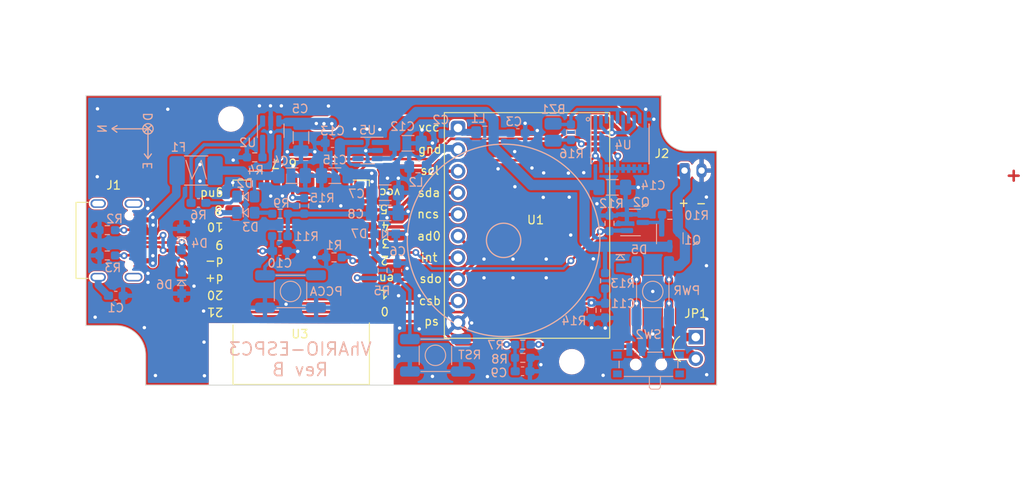
<source format=kicad_pcb>
(kicad_pcb (version 20211014) (generator pcbnew)
  (layers (0 "F.Cu" signal) (31 "B.Cu" signal) (34 "B.Paste" user) (35 "F.Paste" user) (36 "B.SilkS" user "B.Silkscreen") (37 "F.SilkS" user "F.Silkscreen") (38 "B.Mask" user) (39 "F.Mask" user) (44 "Edge.Cuts" user))
  (net 0 "")
  (net 1 "Net-(BZ1-Pad1)")
  (net 2 "Net-(BZ1-Pad2)")
  (net 3 "Net-(C1-Pad1)")
  (net 4 "GND")
  (net 5 "Net-(C2-Pad1)")
  (net 6 "Net-(C2-Pad2)")
  (net 7 "+VSW")
  (net 8 "Net-(C4-Pad1)")
  (net 9 "+BATT")
  (net 10 "Net-(C6-Pad1)")
  (net 11 "+3V3")
  (net 12 "/PWR_SENS")
  (net 13 "Net-(C10-Pad1)")
  (net 14 "/ADC")
  (net 15 "Net-(F1-Pad1)")
  (net 16 "Net-(D2-Pad1)")
  (net 17 "Net-(D3-Pad1)")
  (net 18 "Net-(D3-Pad2)")
  (net 19 "/D-")
  (net 20 "Net-(D5-Pad2)")
  (net 21 "/D+")
  (net 23 "Net-(J1-Pad4)")
  (net 25 "Net-(J1-Pad10)")
  (net 29 "Net-(Q1-Pad1)")
  (net 30 "/PWR_CTRL")
  (net 31 "/DRDY")
  (net 32 "Net-(R4-Pad2)")
  (net 33 "Net-(R6-Pad1)")
  (net 34 "/AUDIO_EN")
  (net 35 "/SCK")
  (net 36 "/MOSI")
  (net 37 "/NCS")
  (net 38 "/MISO")
  (net 39 "/CSB")
  (net 40 "/AUDIO")
  (footprint "0-vhario-espc3:MountingHole_2.5mm" (layer "F.Cu") (at 146 97.25)
    (fp_text reference "H2" hide)
    (fp_text value "MountingHole")
  )
  (footprint "0-vhario-espc3:cjmcu117" (layer "F.Cu") (at 132.65 69.8)
    (fp_text reference "U1")
    (fp_text value "cjmcu117")
  )
  (footprint "0-vhario-espc3:MountingHole_2.5mm" (layer "F.Cu") (at 106 68.75)
    (fp_text reference "H1" hide)
    (fp_text value "MountingHole")
  )
  (footprint "0-vhario-espc3:usb_c_16" (layer "F.Cu") (at 95.155 79.8 -90)
    (fp_text reference "J1")
    (fp_text value "USB_C")
  )
  (footprint "0-vhario-espc3:espc3fn4" (layer "F.Cu") (at 122.25 91.42 180)
    (fp_text reference "U3")
    (fp_text value "espc3fn4")
  )
  (footprint "0-vhario-espc3:JST_PH_B2B-PH-K_1x02_P2.00mm_Vertical" (layer "F.Cu") (at 159.225 74.8)
    (fp_text reference "J2")
    (fp_text value "Battery")
  )
  (footprint "0-vhario-espc3:PinSocket_1x02_P2.54mm_Vertical" (layer "F.Cu") (at 160.55 94.36)
    (fp_text reference "JP1")
    (fp_text value "DBG")
  )
  (footprint "0-vhario-espc3:Fuse_1812_4532Metric_Pad1.30x3.40mm_HandSolder" (layer "B.Cu") (at 101.925 74.8)
    (fp_text reference "F1")
    (fp_text value "nSMD100-16")
  )
  (footprint "0-vhario-espc3:D_SOD-323_HandSoldering" (layer "B.Cu") (at 100.225 88 -90)
    (fp_text reference "D6")
    (fp_text value "BV03C")
  )
  (footprint "0-vhario-espc3:D_SOD-323_HandSoldering" (layer "B.Cu") (at 100.2 82.9 90)
    (fp_text reference "D4")
    (fp_text value "BV03C")
  )
  (footprint "0-vhario-espc3:C_0603_1608Metric_Pad1.08x0.95mm_HandSolder" (layer "B.Cu") (at 92.5 89.5)
    (fp_text reference "C1")
    (fp_text value "100n")
  )
  (footprint "0-vhario-espc3:R_0603_1608Metric_Pad0.98x0.95mm_HandSolder" (layer "B.Cu") (at 111.75 82.5 180)
    (fp_text reference "R11")
    (fp_text value "10K")
  )
  (footprint "Package_TO_SOT_SMD:SOT-23" (layer "B.Cu") (at 153.4 80.9)
    (fp_text reference "Q2")
    (fp_text value "2N7002")
  )
  (footprint "0-vhario-espc3:R_0603_1608Metric_Pad0.98x0.95mm_HandSolder" (layer "B.Cu") (at 123.8 86.525 -90)
    (fp_text reference "R5")
    (fp_text value "2K7")
  )
  (footprint "0-vhario-espc3:SW_SPDT_PCM12" (layer "B.Cu") (at 155 97.25 180)
    (fp_text reference "SW2")
    (fp_text value "DBG")
  )
  (footprint "0-vhario-espc3:L_0805_2012Metric_Pad1.15x1.40mm_HandSolder" (layer "B.Cu") (at 127.95 74.35)
    (fp_text reference "L2")
    (fp_text value "GZ2012D601TF")
  )
  (footprint "0-vhario-espc3:LED_0805_2012Metric_Pad1.15x1.40mm_HandSolder" (layer "B.Cu") (at 107.75 77.85)
    (fp_text reference "D2")
    (fp_text value "CHRG")
  )
  (footprint "0-vhario-espc3:conn_smd_1x2_2mm" (layer "B.Cu") (at 143.8 71.3)
    (fp_text reference "BZ1")
    (fp_text value "KPEG006")
  )
  (footprint "0-vhario-espc3:C_1206_3216Metric_Pad1.33x1.80mm_HandSolder" (layer "B.Cu") (at 126.775 71.6)
    (fp_text reference "C12")
    (fp_text value "22u")
  )
  (footprint "0-vhario-espc3:C_0603_1608Metric_Pad1.08x0.95mm_HandSolder" (layer "B.Cu") (at 117.925 71.575 180)
    (fp_text reference "C13")
    (fp_text value "100n")
  )
  (footprint "0-vhario-espc3:R_0603_1608Metric_Pad0.98x0.95mm_HandSolder" (layer "B.Cu") (at 91.5 81.8 180)
    (fp_text reference "R2")
    (fp_text value "5K1 1%")
  )
  (footprint "0-vhario-espc3:C_1206_3216Metric_Pad1.33x1.80mm_HandSolder" (layer "B.Cu") (at 118.2 75.4 180)
    (fp_text reference "C15")
    (fp_text value "22u")
  )
  (footprint "Package_TO_SOT_SMD:SOT-23-5" (layer "B.Cu") (at 110.675 70.125 -90)
    (fp_text reference "U2")
    (fp_text value "MCP73831-2-OT")
  )
  (footprint "0-vhario-espc3:R_0603_1608Metric_Pad0.98x0.95mm_HandSolder" (layer "B.Cu") (at 145.9 70.3 90)
    (fp_text reference "R16")
    (fp_text value "10K")
  )
  (footprint "0-vhario-espc3:L_0805_2012Metric_Pad1.15x1.40mm_HandSolder" (layer "B.Cu") (at 135.8 70.3)
    (fp_text reference "L1")
    (fp_text value "GZ2012D601TF")
  )
  (footprint "0-vhario-espc3:C_0603_1608Metric_Pad1.08x0.95mm_HandSolder" (layer "B.Cu") (at 139.675 70.4)
    (fp_text reference "C3")
    (fp_text value "100n")
  )
  (footprint "Package_TO_SOT_SMD:SOT-23-5" (layer "B.Cu") (at 122.05 72.45 180)
    (fp_text reference "U5")
    (fp_text value "TLV75533PDBV")
  )
  (footprint "0-vhario-espc3:C_0603_1608Metric_Pad1.08x0.95mm_HandSolder" (layer "B.Cu") (at 125.525 86.55 90)
    (fp_text reference "C6")
    (fp_text value "1u")
  )
  (footprint "0-vhario-espc3:smd_btn4" (layer "B.Cu") (at 155.5 89 90)
    (fp_text reference "PWR")
    (fp_text value "PWR")
  )
  (footprint "0-vhario-espc3:C_0603_1608Metric_Pad1.08x0.95mm_HandSolder" (layer "B.Cu") (at 130.825 71.325 -90)
    (fp_text reference "C2")
    (fp_text value "100n")
  )
  (footprint "0-vhario-espc3:smd_btn4" (layer "B.Cu") (at 113 89 180)
    (fp_text reference "PCCA")
    (fp_text value "PCCA")
  )
  (footprint "0-vhario-espc3:R_0603_1608Metric_Pad0.98x0.95mm_HandSolder" (layer "B.Cu") (at 140.25 96.8)
    (fp_text reference "R8")
    (fp_text value "10K")
  )
  (footprint "0-vhario-espc3:smd_btn4" (layer "B.Cu") (at 130 96.5)
    (fp_text reference "RST")
    (fp_text value "RST")
  )
  (footprint "0-vhario-espc3:R_0603_1608Metric_Pad0.98x0.95mm_HandSolder" (layer "B.Cu") (at 150.425 81 90)
    (fp_text reference "R12")
    (fp_text value "10K")
  )
  (footprint "0-vhario-espc3:R_0603_1608Metric_Pad0.98x0.95mm_HandSolder" (layer "B.Cu") (at 148.325 91.225 -90)
    (fp_text reference "R14")
    (fp_text value "2K2")
  )
  (footprint "0-vhario-espc3:R_0603_1608Metric_Pad0.98x0.95mm_HandSolder" (layer "B.Cu") (at 118.1 85 180)
    (fp_text reference "R1")
    (fp_text value "10K")
  )
  (footprint "0-vhario-espc3:D_SOD-323_HandSoldering" (layer "B.Cu") (at 151.7 84.975 -90)
    (fp_text reference "D5")
    (fp_text value "1N5819WS")
  )
  (footprint "0-vhario-espc3:C_1206_3216Metric_Pad1.33x1.80mm_HandSolder" (layer "B.Cu") (at 113.175 75.4)
    (fp_text reference "C4")
    (fp_text value "22u 16V")
  )
  (footprint "0-vhario-espc3:C_0603_1608Metric_Pad1.08x0.95mm_HandSolder" (layer "B.Cu") (at 149.9 91.25 -90)
    (fp_text reference "C11")
    (fp_text value "100n")
  )
  (footprint "0-vhario-espc3:C_0603_1608Metric_Pad1.08x0.95mm_HandSolder" (layer "B.Cu") (at 102.2 78.6)
    (fp_text reference "R6")
    (fp_text value "2K2")
  )
  (footprint "0-vhario-espc3:R_0603_1608Metric_Pad0.98x0.95mm_HandSolder" (layer "B.Cu") (at 108.8 73.25)
    (fp_text reference "R4")
    (fp_text value "2K")
  )
  (footprint "0-vhario-espc3:R_0603_1608Metric_Pad0.98x0.95mm_HandSolder" (layer "B.Cu") (at 91.5 84.775 180)
    (fp_text reference "R3")
    (fp_text value "5K1 1%")
  )
  (footprint "0-vhario-espc3:R_0603_1608Metric_Pad0.98x0.95mm_HandSolder" (layer "B.Cu") (at 114.6 78.95 90)
    (fp_text reference "R15")
    (fp_text value "10K")
  )
  (footprint "0-vhario-espc3:D_SOD-323_HandSoldering" (layer "B.Cu") (at 124.1 82.225 180)
    (fp_text reference "D7")
    (fp_text value "BV03C")
  )
  (footprint "0-vhario-espc3:C_1206_3216Metric_Pad1.33x1.80mm_HandSolder" (layer "B.Cu") (at 114.225 70.925 -90)
    (fp_text reference "C5")
    (fp_text value "22u 16V")
  )
  (footprint "Package_TO_SOT_SMD:SOT-23" (layer "B.Cu") (at 157.5 82.75 -90)
    (fp_text reference "Q1")
    (fp_text value "AO3401A")
  )
  (footprint "0-vhario-espc3:R_0603_1608Metric_Pad0.98x0.95mm_HandSolder" (layer "B.Cu") (at 111.775 79.875)
    (fp_text reference "R9")
    (fp_text value "2K2")
  )
  (footprint "0-vhario-espc3:LED_0805_2012Metric_Pad1.15x1.40mm_HandSolder" (layer "B.Cu") (at 107.75 79.75)
    (fp_text reference "D3")
    (fp_text value "PWR")
  )
  (footprint "0-vhario-espc3:C_0603_1608Metric_Pad1.08x0.95mm_HandSolder" (layer "B.Cu") (at 111.75 84.25)
    (fp_text reference "C10")
    (fp_text value "100n")
  )
  (footprint "0-vhario-espc3:R_0603_1608Metric_Pad0.98x0.95mm_HandSolder" (layer "B.Cu") (at 157.5 80 180)
    (fp_text reference "R10")
    (fp_text value "10K")
  )
  (footprint "0-vhario-espc3:R_0603_1608Metric_Pad0.98x0.95mm_HandSolder" (layer "B.Cu") (at 140.25 95.25 180)
    (fp_text reference "R7")
    (fp_text value "2K7")
  )
  (footprint "0-vhario-espc3:C_1206_3216Metric_Pad1.33x1.80mm_HandSolder" (layer "B.Cu") (at 150.75 76.775)
    (fp_text reference "C14")
    (fp_text value "22u")
  )
  (footprint "0-vhario-espc3:C_1206_3216Metric_Pad1.33x1.80mm_HandSolder" (layer "B.Cu") (at 124.075 79.775)
    (fp_text reference "C8")
    (fp_text value "100u")
  )
  (footprint "0-vhario-espc3:C_1206_3216Metric_Pad1.33x1.80mm_HandSolder" (layer "B.Cu") (at 124.1 77.4)
    (fp_text reference "C7")
    (fp_text value "100u")
  )
  (footprint "0-vhario-espc3:R_0603_1608Metric_Pad0.98x0.95mm_HandSolder" (layer "B.Cu") (at 149.9 87.75 -90)
    (fp_text reference "R13")
    (fp_text value "10K")
  )
  (footprint "0-vhario-espc3:SSOP-20_4.4x6.5mm_P0.65mm" (layer "B.Cu") (at 151.6925 71.675 -90)
    (fp_text reference "U4")
    (fp_text value "74HC240PWR")
  )
  (footprint "0-vhario-espc3:C_0603_1608Metric_Pad1.08x0.95mm_HandSolder" (layer "B.Cu") (at 140.225 98.375)
    (fp_text reference "C9")
    (fp_text value "100n")
  )
  (gr_circle locked (center 138 83) (end 149.3 83) (layer "B.SilkS") (width 0.15) (fill none))
  (gr_line (start 96.275 73.4) (end 95.85 72.85) (layer "B.SilkS") (width 0.15))
  (gr_line (start 92.075 69.85) (end 92.65 69.525) (layer "B.SilkS") (width 0.15))
  (gr_line (start 96.725 70.225) (end 95.9 69.475) (layer "B.SilkS") (width 0.15))
  (gr_line (start 92.075 69.9) (end 96.275 69.9) (layer "B.SilkS") (width 0.15))
  (gr_line (start 96.275 69.9) (end 96.275 73.325) (layer "B.SilkS") (width 0.15))
  (gr_line (start 96.275 73.4) (end 96.675 72.85) (layer "B.SilkS") (width 0.15))
  (gr_circle locked (center 138 83) (end 140.015564 83) (layer "B.SilkS") (width 0.15) (fill none))
  (gr_circle (center 96.275 69.9) (end 95.75 70.2) (layer "B.SilkS") (width 0.15) (fill none))
  (gr_line (start 96.7 69.475) (end 95.85 70.25) (layer "B.SilkS") (width 0.15))
  (gr_line (start 92.075 69.9) (end 92.625 70.3) (layer "B.SilkS") (width 0.15))
  (gr_arc (start 158.738238 97.221817) (mid 157.925 95.775) (end 158.650819 94.282411) (layer "F.SilkS") (width 0.15))
  (gr_line locked (start 156.5 66) (end 89 66) (layer "Edge.Cuts") (width 0.1))
  (gr_line locked (start 96 100) (end 163 100) (layer "Edge.Cuts") (width 0.1))
  (gr_line locked (start 156.5 69.5) (end 156.5 66) (layer "Edge.Cuts") (width 0.1))
  (gr_line locked (start 92.5 93) (end 89 93) (layer "Edge.Cuts") (width 0.1))
  (gr_line locked (start 89 93) (end 89 66) (layer "Edge.Cuts") (width 0.1))
  (gr_line locked (start 163 100) (end 163 72.5) (layer "Edge.Cuts") (width 0.1))
  (gr_line locked (start 159.5 72.5) (end 163 72.5) (layer "Edge.Cuts") (width 0.1))
  (gr_line locked (start 96 96.5) (end 96 100) (layer "Edge.Cuts") (width 0.1))
  (gr_arc locked (start 92.5 93) (mid 94.974874 94.025126) (end 96 96.5) (layer "Edge.Cuts") (width 0.1))
  (gr_arc locked (start 159.5 72.5) (mid 157.37868 71.62132) (end 156.5 69.5) (layer "Edge.Cuts") (width 0.1))
  (gr_text "+" (at 197.85 75.3) (layer "F.Cu") (effects (font (size 1.5 1.5) (thickness 0.3))))
  (gr_text "N" (at 90.925 69.875 90) (layer "B.SilkS") (effects (font (size 1 1)) (justify mirror)))
  (gr_text "E" (at 96.25 74.225 90) (layer "B.SilkS") (effects (font (size 1 1)) (justify mirror)))
  (gr_text "D" (at 96.3 68.475 90) (layer "B.SilkS") (effects (font (size 1 1)) (justify mirror)))
  (gr_text "VhARIO-ESPC3\nRev B" (at 114.125 96.975) (layer "B.SilkS") (effects (font (size 1.5 1.5) (thickness 0.2)) (justify mirror)))
  (gr_text "+" (at 159.125 78.575) (layer "F.SilkS") (effects (font (size 1 1))))
  (gr_text "-" (at 161.175 78.625) (layer "F.SilkS") (effects (font (size 1 1))))
  (segment (start 147.125 71.675) (end 149.975 71.675) (width 0.4) (layer "F.Cu") (net 1))
  (segment (start 149.975 71.675) (end 151.4 73.1) (width 0.4) (layer "F.Cu") (net 1))
  (via (at 151.4 73.1) (size 0.8) (drill 0.4) (layers "F.Cu" "B.Cu") (net 1))
  (via (at 147.125 71.675) (size 0.8) (drill 0.4) (layers "F.Cu" "B.Cu") (net 1))
  (segment (start 151.3675 74.575) (end 150.7175 74.575) (width 0.4) (layer "B.Cu") (net 1))
  (segment (start 153.9675 74.575) (end 153.3175 74.575) (width 0.4) (layer "B.Cu") (net 1))
  (segment (start 143.8875 71.2125) (end 143.8 71.3) (width 0.4) (layer "B.Cu") (net 1))
  (segment (start 154.6175 74.575) (end 153.9675 74.575) (width 0.4) (layer "B.Cu") (net 1))
  (segment (start 152.0175 74.575) (end 151.3675 74.575) (width 0.4) (layer "B.Cu") (net 1))
  (segment (start 153.3175 74.575) (end 152.6675 74.575) (width 0.4) (layer "B.Cu") (net 1))
  (segment (start 150.7175 74.575) (end 150.0675 74.575) (width 0.4) (layer "B.Cu") (net 1))
  (segment (start 152.6675 74.575) (end 152.0175 74.575) (width 0.4) (layer "B.Cu") (net 1))
  (segment (start 151.3675 73.1325) (end 151.4 73.1) (width 0.4) (layer "B.Cu") (net 1))
  (segment (start 145.9 71.2125) (end 143.8875 71.2125) (width 0.4) (layer "B.Cu") (net 1))
  (segment (start 146.6625 71.2125) (end 147.125 71.675) (width 0.4) (layer "B.Cu") (net 1))
  (segment (start 145.9 71.2125) (end 146.6625 71.2125) (width 0.4) (layer "B.Cu") (net 1))
  (segment (start 151.3675 74.575) (end 151.3675 73.1325) (width 0.4) (layer "B.Cu") (net 1))
  (segment (start 152.6675 67.7825) (end 152.8 67.65) (width 0.4) (layer "B.Cu") (net 2))
  (segment (start 153.9675 68.775) (end 153.9675 68.1425) (width 0.4) (layer "B.Cu") (net 2))
  (segment (start 145.9 68.4) (end 145.9 69.3875) (width 0.4) (layer "B.Cu") (net 2))
  (segment (start 151.3675 67.7425) (end 151.275 67.65) (width 0.4) (layer "B.Cu") (net 2))
  (segment (start 150.3 67.65) (end 150.0675 67.8825) (width 0.4) (layer "B.Cu") (net 2))
  (segment (start 150.3 67.65) (end 146.65 67.65) (width 0.4) (layer "B.Cu") (net 2))
  (segment (start 152.8 67.65) (end 151.275 67.65) (width 0.4) (layer "B.Cu") (net 2))
  (segment (start 150.0675 67.8825) (end 150.0675 68.775) (width 0.4) (layer "B.Cu") (net 2))
  (segment (start 143.8875 69.3875) (end 143.8 69.3) (width 0.4) (layer "B.Cu") (net 2))
  (segment (start 146.65 67.65) (end 145.9 68.4) (width 0.4) (layer "B.Cu") (net 2))
  (segment (start 151.3675 68.775) (end 151.3675 67.7425) (width 0.4) (layer "B.Cu") (net 2))
  (segment (start 152.6675 68.775) (end 152.6675 67.7825) (width 0.4) (layer "B.Cu") (net 2))
  (segment (start 151.275 67.65) (end 150.3 67.65) (width 0.4) (layer "B.Cu") (net 2))
  (segment (start 145.9 69.3875) (end 143.8875 69.3875) (width 0.4) (layer "B.Cu") (net 2))
  (segment (start 153.475 67.65) (end 152.8 67.65) (width 0.4) (layer "B.Cu") (net 2))
  (segment (start 153.9675 68.1425) (end 153.475 67.65) (width 0.4) (layer "B.Cu") (net 2))
  (segment (start 90.43 87.32) (end 90.43 88.2925) (width 0.8) (layer "B.Cu") (net 3))
  (segment (start 90.43 88.2925) (end 91.6375 89.5) (width 0.8) (layer "B.Cu") (net 3))
  (segment (start 96.275 86.875) (end 96.275 86.82) (width 0.3) (layer "F.Cu") (net 4))
  (segment (start 96.25 79.25) (end 96.205 79.25) (width 0.3) (layer "F.Cu") (net 4))
  (segment (start 106.25 76.25) (end 106.225 76.225) (width 0.8) (layer "F.Cu") (net 4))
  (segment (start 106.245 77.425) (end 106.25 77.42) (width 0.8) (layer "F.Cu") (net 4))
  (segment (start 104.725 77.425) (end 106.245 77.425) (width 1) (layer "F.Cu") (net 4))
  (segment (start 96.205 79.25) (end 95.655 79.8) (width 0.6) (layer "F.Cu") (net 4))
  (segment (start 106.25 77.42) (end 106.25 76.25) (width 1) (layer "F.Cu") (net 4))
  (segment (start 96.275 86.82) (end 95.655 86.2) (width 0.6) (layer "F.Cu") (net 4))
  (via (at 126.8 79.6) (size 0.8) (drill 0.4) (layers "F.Cu" "B.Cu") (net 4))
  (via (at 143 85.2) (size 0.8) (drill 0.4) (layers "F.Cu" "B.Cu") (net 4))
  (via (at 112.625 72.6) (size 0.8) (drill 0.4) (layers "F.Cu" "B.Cu") (net 4))
  (via (at 137.35 74.6) (size 0.8) (drill 0.4) (layers "F.Cu" "B.Cu") (net 4))
  (via (at 115.8 85) (size 0.8) (drill 0.4) (layers "F.Cu" "B.Cu") (net 4))
  (via (at 139.325 76.7) (size 0.8) (drill 0.4) (layers "F.Cu" "B.Cu") (net 4))
  (via (at 135.7 87.4) (size 0.8) (drill 0.4) (layers "F.Cu" "B.Cu") (net 4))
  (via (at 147.4 75.05) (size 0.8) (drill 0.4) (layers "F.Cu" "B.Cu") (net 4))
  (via (at 142.7 75.075) (size 0.8) (drill 0.4) (layers "F.Cu" "B.Cu") (net 4))
  (via (at 102.375 76.05) (size 0.8) (drill 0.4) (layers "F.Cu" "B.Cu") (net 4))
  (via (at 126.65 82.3) (size 0.8) (drill 0.4) (layers "F.Cu" "B.Cu") (net 4))
  (via (at 140.525 69.25) (size 0.8) (drill 0.4) (layers "F.Cu" "B.Cu") (net 4))
  (via (at 112.05 77.775) (size 0.8) (drill 0.4) (layers "F.Cu" "B.Cu") (net 4))
  (via (at 102.9 98.9) (size 0.8) (drill 0.4) (layers "F.Cu" "B.Cu") (net 4))
  (via (at 110.65 67.2) (size 0.8) (drill 0.4) (layers "F.Cu" "B.Cu") (net 4))
  (via (at 121.825 72.475) (size 0.8) (drill 0.4) (layers "F.Cu" "B.Cu") (net 4))
  (via (at 115.85 72.6) (size 0.8) (drill 0.4) (layers "F.Cu" "B.Cu") (net 4))
  (via (at 121.975 69.925) (size 0.8) (drill 0.4) (layers "F.Cu" "B.Cu") (net 4))
  (via (at 111.925 67.2) (size 0.8) (drill 0.4) (layers "F.Cu" "B.Cu") (net 4))
  (via (at 145.7 77.925) (size 0.8) (drill 0.4) (layers "F.Cu" "B.Cu") (net 4))
  (via (at 112.475 90.5) (size 0.8) (drill 0.4) (layers "F.Cu" "B.Cu") (net 4))
  (via (at 155.5 89) (size 0.8) (drill 0.4) (layers "F.Cu" "B.Cu") (net 4))
  (via (at 129.65 71.575) (size 0.8) (drill 0.4) (layers "F.Cu" "B.Cu") (net 4))
  (via (at 90.075 92.025) (size 0.8) (drill 0.4) (layers "F.Cu" "B.Cu") (net 4))
  (via (at 96.25 79.25) (size 0.8) (drill 0.4) (layers "F.Cu" "B.Cu") (net 4))
  (via (at 113.85 84.3) (size 0.8) (drill 0.4) (layers "F.Cu" "B.Cu") (net 4))
  (via (at 134.25 92.7) (size 0.8) (drill 0.4) (layers "F.Cu" "B.Cu") (net 4))
  (via (at 125.8 93.3) (size 0.8) (drill 0.4) (layers "F.Cu" "B.Cu") (net 4))
  (via (at 142.65 77.95) (size 0.8) (drill 0.4) (layers "F.Cu" "B.Cu") (net 4))
  (via (at 124.425 77.45) (size 0.8) (drill 0.4) (layers "F.Cu" "B.Cu") (net 4))
  (via (at 102.375 74.1) (size 0.8) (drill 0.4) (layers "F.Cu" "B.Cu") (net 4))
  (via (at 101.625 80.8) (size 0.8) (drill 0.4) (layers "F.Cu" "B.Cu") (net 4))
  (via (at 128.1 89.5) (size 0.8) (drill 0.4) (layers "F.Cu" "B.Cu") (net 4))
  (via (at 125.675 89.5) (size 0.8) (drill 0.4) (layers "F.Cu" "B.Cu") (net 4))
  (via (at 118.9 78.95) (size 0.8) (drill 0.4) (layers "F.Cu" "B.Cu") (net 4))
  (via (at 97.15 98.875) (size 0.8) (drill 0.4) (layers "F.Cu" "B.Cu") (net 4))
  (via (at 96.275 87.925) (size 0.8) (drill 0.4) (layers "F.Cu" "B.Cu") (net 4))
  (via (at 148.95 78.7) (size 0.8) (drill 0.4) (layers "F.Cu" "B.Cu") (net 4))
  (via (at 143 87.4) (size 0.8) (drill 0.4) (layers "F.Cu" "B.Cu") (net 4))
  (via (at 128.1 93.4) (size 0.8) (drill 0.4) (layers "F.Cu" "B.Cu") (net 4))
  (via (at 155.5 94) (size 0.8) (drill 0.4) (layers "F.Cu" "B.Cu") (net 4))
  (via (at 161.825 98.775) (size 0.8) (drill 0.4) (layers "F.Cu" "B.Cu") (net 4))
  (via (at 123.475 69.975) (size 0.8) (drill 0.4) (layers "F.Cu" "B.Cu") (net 4))
  (via (at 145.875 82.375) (size 0.8) (drill 0.4) (layers "F.Cu" "B.Cu") (net 4))
  (via (at 101.675 88.375) (size 0.8) (drill 0.4) (layers "F.Cu" "B.Cu") (net 4))
  (via (at 142.375 97.6) (size 0.8) (drill 0.4) (layers "F.Cu" "B.Cu") (net 4))
  (via (at 124.375 75.7) (size 0.8) (drill 0.4) (layers "F.Cu" "B.Cu") (net 4))
  (via (at 145.6 75.1) (size 0.8) (drill 0.4) (layers "F.Cu" "B.Cu") (net 4))
  (via (at 106.275 73.575) (size 0.8) (drill 0.4) (layers "F.Cu" "B.Cu") (net 4))
  (via (at 95.85 93.25) (size 0.8) (drill 0.4) (layers "F.Cu" "B.Cu") (net 4))
  (via (at 102.8 91.3) (size 0.8) (drill 0.4) (layers "F.Cu" "B.Cu") (net 4))
  (via (at 139.3 72.575) (size 0.8) (drill 0.4) (layers "F.Cu" "B.Cu") (net 4))
  (via (at 155.625 68.775) (size 0.8) (drill 0.4) (layers "F.Cu" "B.Cu") (net 4))
  (via (at 148.325 93.275) (size 0.8) (drill 0.4) (layers "F.Cu" "B.Cu") (net 4))
  (via (at 129.65 98.975) (size 0.8) (drill 0.4) (layers "F.Cu" "B.Cu") (net 4))
  (via (at 149.675 98.85) (size 0.8) (drill 0.4) (layers "F.Cu" "B.Cu") (net 4))
  (via (at 106.225 76.225) (size 0.8) (drill 0.4) (layers "F.Cu" "B.Cu") (net 4))
  (via (at 90.325 75.525) (size 0.8) (drill 0.4) (layers "F.Cu" "B.Cu") (net 4))
  (via (at 141.325 74.5) (size 0.8) (drill 0.4) (layers "F.Cu" "B.Cu") (net 4))
  (via (at 136.1 99) (size 0.8) (drill 0.4) (layers "F.Cu" "B.Cu") (net 4))
  (via (at 117.45 67.225) (size 0.8) (drill 0.4) (layers "F.Cu" "B.Cu") (net 4))
  (via (at 161.8 85.975) (size 0.8) (drill 0.4) (layers "F.Cu" "B.Cu") (net 4))
  (via (at 120.525 69.925) (size 0.8) (drill 0.4) (layers "F.Cu" "B.Cu") (net 4))
  (via (at 135.7 85.2) (size 0.8) (drill 0.4) (layers "F.Cu" "B.Cu") (net 4))
  (via (at 161.79162 77.913961) (size 0.8) (drill 0.4) (layers "F.Cu" "B.Cu") (net 4))
  (via (at 104.725 77.425) (size 0.8) (drill 0.4) (layers "F.Cu" "B.Cu") (net 4))
  (via (at 113.3 74.275) (size 0.8) (drill 0.4) (layers "F.Cu" "B.Cu") (net 4))
  (via (at 96.275 86.875) (size 0.8) (drill 0.4) (layers "F.Cu" "B.Cu") (net 4))
  (via (at 124.325 80.35) (size 0.8) (drill 0.4) (layers "F.Cu" "B.Cu") (net 4))
  (via (at 153.8 76.775) (size 0.8) (drill 0.4) (layers "F.Cu" "B.Cu") (net 4))
  (via (at 96.25 78.175) (size 0.8) (drill 0.4) (layers "F.Cu" "B.Cu") (net 4))
  (via (at 109.35 67.2) (size 0.8) (drill 0.4) (layers "F.Cu" "B.Cu") (net 4))
  (via (at 149.925 93.3) (size 0.8) (drill 0.4) (layers "F.Cu" "B.Cu") (net 4))
  (via (at 139.1 85.2) (size 0.8) (drill 0.4) (layers "F.Cu" "B.Cu") (net 4))
  (via (at 125.7 96.6) (size 0.8) (drill 0.4) (layers "F.Cu" "B.Cu") (net 4))
  (via (at 139.1 87.4) (size 0.8) (drill 0.4) (layers "F.Cu" "B.Cu") (net 4))
  (via (at 148.525 85.175) (size 0.8) (drill 0.4) (layers "F.Cu" "B.Cu") (net 4))
  (via (at 154.675 67.6) (size 0.8) (drill 0.4) (layers "F.Cu" "B.Cu") (net 4))
  (via (at 102.85 94.95) (size 0.8) (drill 0.4) (layers "F.Cu" "B.Cu") (net 4))
  (via (at 110.675 70.275) (size 0.8) (drill 0.4) (layers "F.Cu" "B.Cu") (net 4))
  (via (at 116.425 79) (size 0.8) (drill 0.4) (layers "F.Cu" "B.Cu") (net 4))
  (via (at 110.675 77.8) (size 0.8) (drill 0.4) (layers "F.Cu" "B.Cu") (net 4))
  (via (at 125.65 75.7) (size 0.8) (drill 0.4) (layers "F.Cu" "B.Cu") (net 4))
  (via (at 90.35 67.55) (size 0.8) (drill 0.4) (layers "F.Cu" "B.Cu") (net 4))
  (via (at 141.95 70.1) (size 0.8) (drill 0.4) (layers "F.Cu" "B.Cu") (net 4))
  (via (at 98.6 67.6) (size 0.8) (drill 0.4) (layers "F.Cu" "B.Cu") (net 4))
  (via (at 128.425 70.025) (size 0.8) (drill 0.4) (layers "F.Cu" "B.Cu") (net 4))
  (via (at 126.675 86.3) (size 0.8) (drill 0.4) (layers "F.Cu" "B.Cu") (net 4))
  (via (at 161.834005 92.240382) (size 0.8) (drill 0.4) (layers "F.Cu" "B.Cu") (net 4))
  (segment (start 133.15 70.3) (end 132.65 69.8) (width 0.8) (layer "B.Cu") (net 5))
  (segment (start 134.775 70.3) (end 133.15 70.3) (width 0.8) (layer "B.Cu") (net 5))
  (segment (start 131.9875 70.4625) (end 132.65 69.8) (width 0.8) (layer "B.Cu") (net 5))
  (segment (start 130.825 70.4625) (end 131.9875 70.4625) (width 0.8) (layer "B.Cu") (net 5))
  (segment (start 128.975 74.35) (end 128.975 74.0375) (width 0.8) (layer "B.Cu") (net 6))
  (segment (start 130.825 72.1875) (end 132.4975 72.1875) (width 0.8) (layer "B.Cu") (net 6))
  (segment (start 132.4975 72.1875) (end 132.65 72.34) (width 0.8) (layer "B.Cu") (net 6))
  (segment (start 128.975 74.0375) (end 130.825 72.1875) (width 0.8) (layer "B.Cu") (net 6))
  (segment (start 125.175 71.5625) (end 125.175 70.525) (width 1.2) (layer "B.Cu") (net 7))
  (segment (start 149.9 84.225) (end 150.375 83.75) (width 0.4) (layer "B.Cu") (net 7))
  (segment (start 124.75 73.4) (end 125.2125 72.9375) (width 0.5) (layer "B.Cu") (net 7))
  (segment (start 147.5 76.5) (end 148.9125 76.5) (width 1.2) (layer "B.Cu") (net 7))
  (segment (start 148.9125 76.5) (end 149.1875 76.775) (width 1.2) (layer "B.Cu") (net 7))
  (segment (start 125.2125 72.9375) (end 125.2125 71.6) (width 0.5) (layer "B.Cu") (net 7))
  (segment (start 141.25 76.5) (end 136.825 72.075) (width 1.2) (layer "B.Cu") (net 7))
  (segment (start 136.825 70.3) (end 136.825 68.85) (width 1.2) (layer "B.Cu") (net 7))
  (segment (start 125.1125 71.5) (end 125.2125 71.6) (width 0.6) (layer "B.Cu") (net 7))
  (segment (start 148.7675 74.575) (end 148.7675 76.355) (width 0.4) (layer "B.Cu") (net 7))
  (segment (start 150.25 83.875) (end 150.375 83.75) (width 0.6) (layer "B.Cu") (net 7))
  (segment (start 123.1875 73.4) (end 124.75 73.4) (width 0.5) (layer "B.Cu") (net 7))
  (segment (start 150.375 83.75) (end 152.5 83.75) (width 1.2) (layer "B.Cu") (net 7))
  (segment (start 148.7675 76.355) (end 149.1875 76.775) (width 0.4) (layer "B.Cu") (net 7))
  (segment (start 157.25 83.75) (end 152.5 83.75) (width 1.2) (layer "B.Cu") (net 7))
  (segment (start 125.2125 71.6) (end 125.175 71.5625) (width 1.2) (layer "B.Cu") (net 7))
  (segment (start 135.9 67.925) (end 136.825 68.85) (width 1.2) (layer "B.Cu") (net 7))
  (segment (start 147.5 76.5) (end 141.25 76.5) (width 1.2) (layer "B.Cu") (net 7))
  (segment (start 136.825 72.075) (end 136.825 70.3) (width 1.2) (layer "B.Cu") (net 7))
  (segment (start 127.775 67.925) (end 135.9 67.925) (width 1.2) (layer "B.Cu") (net 7))
  (segment (start 147.5 76.5) (end 147.5 83) (width 1.2) (layer "B.Cu") (net 7))
  (segment (start 149.9 86.8375) (end 149.9 84.225) (width 0.5) (layer "B.Cu") (net 7))
  (segment (start 123.1875 71.5) (end 125.1125 71.5) (width 0.6) (layer "B.Cu") (net 7))
  (segment (start 136.925 70.4) (end 136.825 70.3) (width 0.8) (layer "B.Cu") (net 7))
  (segment (start 125.175 70.525) (end 127.775 67.925) (width 1.2) (layer "B.Cu") (net 7))
  (segment (start 147.5 83) (end 148.25 83.75) (width 1.2) (layer "B.Cu") (net 7))
  (segment (start 148.25 83.75) (end 150.375 83.75) (width 1.2) (layer "B.Cu") (net 7))
  (segment (start 138.8125 70.4) (end 136.925 70.4) (width 0.8) (layer "B.Cu") (net 7))
  (segment (start 108.775 75.725) (end 108.475 75.425) (width 0.4) (layer "B.Cu") (net 8))
  (segment (start 111.625 71.2625) (end 111.625 72.525) (width 0.6) (layer "B.Cu") (net 8))
  (segment (start 108.775 77.85) (end 108.775 75.725) (width 0.4) (layer "B.Cu") (net 8))
  (segment (start 108.475 75.425) (end 111.4875 75.425) (width 1) (layer "B.Cu") (net 8))
  (segment (start 104.15 74.8) (end 107.355635 74.8) (width 1) (layer "B.Cu") (net 8))
  (segment (start 107.980635 75.425) (end 108.475 75.425) (width 1) (layer "B.Cu") (net 8))
  (segment (start 107.355635 74.8) (end 107.980635 75.425) (width 1) (layer "B.Cu") (net 8))
  (segment (start 111.4875 75.425) (end 111.4875 72.6625) (width 0.8) (layer "B.Cu") (net 8))
  (segment (start 150.6 67.5) (end 157.9 74.8) (width 1.4) (layer "F.Cu") (net 9))
  (segment (start 157.4 87.6) (end 157.4 90.4) (width 1) (layer "F.Cu") (net 9))
  (segment (start 157.4 93.1) (end 157.4 90.4) (width 1) (layer "F.Cu") (net 9))
  (segment (start 117.925 69.175) (end 119.6 67.5) (width 1.4) (layer "F.Cu") (net 9))
  (segment (start 115.9125 69.325) (end 117.7875 69.325) (width 1.4) (layer "F.Cu") (net 9))
  (segment (start 157.9 74.8) (end 159.225 74.8) (width 1.4) (layer "F.Cu") (net 9))
  (segment (start 158.66 94.36) (end 157.4 93.1) (width 1) (layer "F.Cu") (net 9))
  (segment (start 119.6 67.5) (end 150.6 67.5) (width 1.4) (layer "F.Cu") (net 9))
  (segment (start 160.55 94.36) (end 158.66 94.36) (width 1) (layer "F.Cu") (net 9))
  (via (at 157.4 90.4) (size 0.8) (drill 0.4) (layers "F.Cu" "B.Cu") (net 9))
  (via (at 157.4 87.6) (size 0.8) (drill 0.4) (layers "F.Cu" "B.Cu") (net 9))
  (via (at 117.85 69.3) (size 0.8) (drill 0.4) (layers "F.Cu" "B.Cu") (net 9))
  (via (at 116.025 69.275) (size 0.8) (drill 0.4) (layers "F.Cu" "B.Cu") (net 9))
  (via (at 116.925 69.3) (size 0.8) (drill 0.4) (layers "F.Cu" "B.Cu") (net 9))
  (segment (start 157.4 86) (end 157.4 87.6) (width 0.8) (layer "B.Cu") (net 9))
  (segment (start 157.4 92) (end 157.4 90.4) (width 0.8) (layer "B.Cu") (net 9))
  (segment (start 157.25 95.82) (end 157.25 92.15) (width 1) (layer "B.Cu") (net 9))
  (segment (start 158.4125 77.7625) (end 159.3 76.875) (width 1.2) (layer "B.Cu") (net 9))
  (segment (start 111.7375 69.1) (end 111.625 68.9875) (width 0.6) (layer "B.Cu") (net 9))
  (segment (start 114.05 69.1) (end 112.525 69.1) (width 1) (layer "B.Cu") (net 9))
  (segment (start 159.3 74.875) (end 159.225 74.8) (width 1.2) (layer "B.Cu") (net 9))
  (segment (start 158.4125 80) (end 158.4125 77.7625) (width 1.2) (layer "B.Cu") (net 9))
  (segment (start 157.25 92.15) (end 157.4 92) (width 1) (layer "B.Cu") (net 9))
  (segment (start 159.275 82.6375) (end 159.275 85.325) (width 1.2) (layer "B.Cu") (net 9))
  (segment (start 159.275 85.325) (end 158.6 86) (width 1.2) (layer "B.Cu") (net 9))
  (segment (start 158.45 80.0375) (end 158.4125 80) (width 1.2) (layer "B.Cu") (net 9))
  (segment (start 112.525 69.1) (end 111.7375 69.1) (width 0.6) (layer "B.Cu") (net 9))
  (segment (start 158.45 81.8125) (end 159.275 82.6375) (width 1.2) (layer "B.Cu") (net 9))
  (segment (start 158.6 86) (end 157.4 86) (width 1.2) (layer "B.Cu") (net 9))
  (segment (start 159.3 76.875) (end 159.3 74.875) (width 1.2) (layer "B.Cu") (net 9))
  (segment (start 158.45 81.8125) (end 158.45 80.0375) (width 1.2) (layer "B.Cu") (net 9))
  (segment (start 114.2875 69.3) (end 117.75 69.3) (width 1.4) (layer "B.Cu") (net 9))
  (segment (start 122.25 87.42) (end 120.845 87.42) (width 0.5) (layer "F.Cu") (net 10))
  (segment (start 120.845 87.42) (end 120.825 87.4) (width 0.4) (layer "F.Cu") (net 10))
  (via (at 120.825 87.4) (size 0.8) (drill 0.4) (layers "F.Cu" "B.Cu") (net 10))
  (segment (start 125.525 87.4125) (end 127 88.8875) (width 0.4) (layer "B.Cu") (net 10))
  (segment (start 127 88.8875) (end 127 94.6) (width 0.4) (layer "B.Cu") (net 10))
  (segment (start 120.8625 87.4375) (end 123.8 87.4375) (width 0.5) (layer "B.Cu") (net 10))
  (segment (start 123.825 87.4125) (end 123.8 87.4375) (width 0.4) (layer "B.Cu") (net 10))
  (segment (start 127 94.6) (end 133 94.6) (width 0.4) (layer "B.Cu") (net 10))
  (segment (start 125.525 87.4125) (end 123.825 87.4125) (width 0.5) (layer "B.Cu") (net 10))
  (segment (start 120.825 87.4) (end 120.8625 87.4375) (width 0.4) (layer "B.Cu") (net 10))
  (segment (start 122.575 75.25) (end 122.575 76.1) (width 1) (layer "F.Cu") (net 11))
  (segment (start 122.6 75.225) (end 122.575 75.25) (width 1) (layer "F.Cu") (net 11))
  (segment (start 122.575 76.1) (end 122.575 77.095) (width 1) (layer "F.Cu") (net 11))
  (via (at 122.525 75.125) (size 0.8) (drill 0.4) (layers "F.Cu" "B.Cu") (net 11))
  (via (at 122.575 76.1) (size 0.8) (drill 0.4) (layers "F.Cu" "B.Cu") (net 11))
  (segment (start 119.9375 75.225) (end 119.7625 75.4) (width 1.2) (layer "B.Cu") (net 11))
  (segment (start 119.7625 75.2125) (end 118.7875 74.2375) (width 1.2) (layer "B.Cu") (net 11))
  (segment (start 122.75 79.75) (end 122.75 84.5625) (width 0.6) (layer "B.Cu") (net 11))
  (segment (start 112.6875 82.475) (end 112.6625 82.5) (width 0.5) (layer "B.Cu") (net 11))
  (segment (start 114.25 79.9125) (end 112.575 79.9125) (width 0.6) (layer "B.Cu") (net 11))
  (segment (start 120.9125 71.5) (end 118.8625 71.5) (width 0.6) (layer "B.Cu") (net 11))
  (segment (start 119.7625 75.4) (end 119.7625 75.2125) (width 1.2) (layer "B.Cu") (net 11))
  (segment (start 118.8625 71.5) (end 118.7875 71.575) (width 0.6) (layer "B.Cu") (net 11))
  (segment (start 122.5375 79.75) (end 122.5125 79.775) (width 1.2) (layer "B.Cu") (net 11))
  (segment (start 122.5375 75.2875) (end 122.5375 77.4) (width 1.2) (layer "B.Cu") (net 11))
  (segment (start 118.7875 74.2375) (end 118.7875 71.575) (width 1.2) (layer "B.Cu") (net 11))
  (segment (start 122.6 75.225) (end 119.9375 75.225) (width 1.2) (layer "B.Cu") (net 11))
  (segment (start 112.6875 79.875) (end 112.6875 82.475) (width 0.5) (layer "B.Cu") (net 11))
  (segment (start 122.5375 77.4) (end 122.5375 79.75) (width 1.2) (layer "B.Cu") (net 11))
  (segment (start 114.25 79.9125) (end 122.375 79.9125) (width 0.6) (layer "B.Cu") (net 11))
  (segment (start 122.75 84.5625) (end 123.8 85.6125) (width 0.6) (layer "B.Cu") (net 11))
  (segment (start 122.375 79.9125) (end 122.5125 79.775) (width 0.5) (layer "B.Cu") (net 11))
  (segment (start 120.475 92.5) (end 119.395 91.42) (width 0.3) (layer "F.Cu") (net 12))
  (segment (start 132.475 95.225) (end 129.75 92.5) (width 0.3) (layer "F.Cu") (net 12))
  (segment (start 119.395 91.42) (end 106.25 91.42) (width 0.3) (layer "F.Cu") (net 12))
  (segment (start 138.35 95.225) (end 132.475 95.225) (width 0.3) (layer "F.Cu") (net 12))
  (segment (start 129.75 92.5) (end 120.475 92.5) (width 0.3) (layer "F.Cu") (net 12))
  (via (at 138.35 95.225) (size 0.8) (drill 0.4) (layers "F.Cu" "B.Cu") (net 12))
  (segment (start 139.3125 95.225) (end 139.3375 95.25) (width 0.4) (layer "B.Cu") (net 12))
  (segment (start 138.35 95.225) (end 139.3125 95.225) (width 0.4) (layer "B.Cu") (net 12))
  (segment (start 139.3375 95.25) (end 139.3375 98.35) (width 0.4) (layer "B.Cu") (net 12))
  (segment (start 108.875 84.25) (end 108.045 83.42) (width 0.4) (layer "F.Cu") (net 13))
  (segment (start 108.045 83.42) (end 106.25 83.42) (width 0.4) (layer "F.Cu") (net 13))
  (segment (start 109.725 84.25) (end 108.875 84.25) (width 0.4) (layer "F.Cu") (net 13))
  (via (at 109.725 84.25) (size 0.8) (drill 0.4) (layers "F.Cu" "B.Cu") (net 13))
  (segment (start 110.9 85.2) (end 110.9 84.2625) (width 0.4) (layer "B.Cu") (net 13))
  (segment (start 110 87.1) (end 116 87.1) (width 0.4) (layer "B.Cu") (net 13))
  (segment (start 110.8375 82.5) (end 110.8375 84.2) (width 0.5) (layer "B.Cu") (net 13))
  (segment (start 110 87.1) (end 110 86.1) (width 0.4) (layer "B.Cu") (net 13))
  (segment (start 110.9 84.2625) (end 110.8875 84.25) (width 0.4) (layer "B.Cu") (net 13))
  (segment (start 110 86.1) (end 110.9 85.2) (width 0.4) (layer "B.Cu") (net 13))
  (segment (start 110.8375 84.2) (end 110.8875 84.25) (width 0.4) (layer "B.Cu") (net 13))
  (segment (start 110.8875 84.25) (end 109.725 84.25) (width 0.5) (layer "B.Cu") (net 13))
  (segment (start 148.2125 90.425) (end 146.825 90.425) (width 0.3) (layer "F.Cu") (net 14))
  (segment (start 148.3 90.3375) (end 148.2125 90.425) (width 0.3) (layer "F.Cu") (net 14))
  (segment (start 145.83 91.42) (end 122.25 91.42) (width 0.3) (layer "F.Cu") (net 14))
  (segment (start 146.825 90.425) (end 145.83 91.42) (width 0.3) (layer "F.Cu") (net 14))
  (via (at 148.3 90.3375) (size 0.8) (drill 0.4) (layers "F.Cu" "B.Cu") (net 14))
  (segment (start 149.9 88.6625) (end 149.9 90.3875) (width 0.4) (layer "B.Cu") (net 14))
  (segment (start 148.35 90.3875) (end 149.9 90.3875) (width 0.5) (layer "B.Cu") (net 14))
  (segment (start 148.3 90.3375) (end 148.35 90.3875) (width 0.4) (layer "B.Cu") (net 14))
  (segment (start 96.85 85.675) (end 96.575 85.4) (width 0.6) (layer "F.Cu") (net 15))
  (segment (start 96.85 81.2375) (end 96.85 80.2625) (width 0.8) (layer "F.Cu") (net 15))
  (segment (start 96.85 85.675) (end 96.85 84.8) (width 0.8) (layer "F.Cu") (net 15))
  (segment (start 96.875 80.6) (end 95.655 80.6) (width 0.6) (layer "F.Cu") (net 15))
  (segment (start 96.575 85.4) (end 95.655 85.4) (width 0.6) (layer "F.Cu") (net 15))
  (segment (start 96.9 80.575) (end 96.875 80.6) (width 0.3) (layer "F.Cu") (net 15))
  (segment (start 96.9 80.325) (end 96.9 80.575) (width 0.3) (layer "F.Cu") (net 15))
  (segment (start 96.875 81.2) (end 96.85 81.175) (width 0.8) (layer "F.Cu") (net 15))
  (via (at 96.85 84.8) (size 0.8) (drill 0.4) (layers "F.Cu" "B.Cu") (net 15))
  (via (at 96.85 85.675) (size 0.8) (drill 0.4) (layers "F.Cu" "B.Cu") (net 15))
  (via (at 96.85 80.3) (size 0.8) (drill 0.4) (layers "F.Cu" "B.Cu") (net 15))
  (via (at 96.875 81.2) (size 0.8) (drill 0.4) (layers "F.Cu" "B.Cu") (net 15))
  (segment (start 96.85 80.4) (end 96.875 80.375) (width 1) (layer "B.Cu") (net 15))
  (segment (start 96.9 80.325) (end 99.6 77.625) (width 1) (layer "B.Cu") (net 15))
  (segment (start 99.6 77.625) (end 99.6 74.9) (width 1) (layer "B.Cu") (net 15))
  (segment (start 99.6 74.9) (end 99.7 74.8) (width 1) (layer "B.Cu") (net 15))
  (segment (start 96.85 85.675) (end 96.85 80.4) (width 1) (layer "B.Cu") (net 15))
  (segment (start 105.975 78.6) (end 106.725 77.85) (width 0.4) (layer "B.Cu") (net 16))
  (segment (start 103.0625 78.6) (end 105.975 78.6) (width 0.4) (layer "B.Cu") (net 16))
  (segment (start 105.92 79.75) (end 106.25 79.42) (width 0.4) (layer "F.Cu") (net 17))
  (segment (start 104.75 79.75) (end 105.92 79.75) (width 0.5) (layer "F.Cu") (net 17))
  (via (at 104.75 79.75) (size 0.8) (drill 0.4) (layers "F.Cu" "B.Cu") (net 17))
  (segment (start 106.725 79.75) (end 104.75 79.75) (width 0.6) (layer "B.Cu") (net 17))
  (segment (start 108.775 79.75) (end 110.7375 79.75) (width 0.5) (layer "B.Cu") (net 18))
  (segment (start 110.7375 79.75) (end 110.8625 79.875) (width 0.4) (layer "B.Cu") (net 18))
  (segment (start 95.155 83.25) (end 94.23 83.25) (width 0.3) (layer "F.Cu") (net 19))
  (segment (start 100.25 83.25) (end 95.655 83.25) (width 0.3) (layer "F.Cu") (net 19))
  (segment (start 94.175 83.195) (end 94.175 82.25) (width 0.3) (layer "F.Cu") (net 19))
  (segment (start 100.25 83.25) (end 102.42 85.42) (width 0.4) (layer "F.Cu") (net 19))
  (segment (start 102.42 85.42) (end 106.25 85.42) (width 0.4) (layer "F.Cu") (net 19))
  (segment (start 94.175 82.25) (end 95.155 82.25) (width 0.3) (layer "F.Cu") (net 19))
  (segment (start 94.23 83.25) (end 94.175 83.195) (width 0.3) (layer "F.Cu") (net 19))
  (via (at 100.25 83.25) (size 0.8) (drill 0.4) (layers "F.Cu" "B.Cu") (net 19))
  (segment (start 100.25 83.25) (end 100.25 84.1) (width 0.5) (layer "B.Cu") (net 19))
  (segment (start 100.25 84.1) (end 100.2 84.15) (width 0.4) (layer "B.Cu") (net 19))
  (segment (start 147.65 94.275) (end 148.825 95.45) (width 0.4) (layer "F.Cu") (net 20))
  (segment (start 143.4 95.225) (end 144.35 94.275) (width 0.4) (layer "F.Cu") (net 20))
  (segment (start 154.679999 96.379999) (end 160.029999 96.379999) (width 1) (layer "F.Cu") (net 20))
  (segment (start 142.1 95.225) (end 143.4 95.225) (width 0.4) (layer "F.Cu") (net 20))
  (segment (start 153.45 95.45) (end 153.6 95.3) (width 0.4) (layer "F.Cu") (net 20))
  (segment (start 160.029999 96.379999) (end 160.55 96.9) (width 1) (layer "F.Cu") (net 20))
  (segment (start 144.35 94.275) (end 147.65 94.275) (width 0.4) (layer "F.Cu") (net 20))
  (segment (start 153.6 95.3) (end 154.679999 96.379999) (width 1) (layer "F.Cu") (net 20))
  (segment (start 148.825 95.45) (end 153.45 95.45) (width 0.4) (layer "F.Cu") (net 20))
  (segment (start 153.6 87.6) (end 153.6 90.4) (width 1) (layer "F.Cu") (net 20))
  (segment (start 153.6 90.4) (end 153.6 95.3) (width 1) (layer "F.Cu") (net 20))
  (via (at 153.6 90.4) (size 0.8) (drill 0.4) (layers "F.Cu" "B.Cu") (net 20))
  (via (at 142.1 95.225) (size 0.8) (drill 0.4) (layers "F.Cu" "B.Cu") (net 20))
  (via (at 153.6 87.6) (size 0.8) (drill 0.4) (layers "F.Cu" "B.Cu") (net 20))
  (segment (start 142.075 95.25) (end 142.1 95.225) (width 0.4) (layer "B.Cu") (net 20))
  (segment (start 154.25 94.35) (end 154.25 95.82) (width 1) (layer "B.Cu") (net 20))
  (segment (start 153.6 86) (end 153.6 87.6) (width 0.8) (layer "B.Cu") (net 20))
  (segment (start 153.6 92.7) (end 153.6 93.7) (width 1) (layer "B.Cu") (net 20))
  (segment (start 152.5 86.25) (end 153.525 86.25) (width 1.2) (layer "B.Cu") (net 20))
  (segment (start 141.1625 95.25) (end 142.075 95.25) (width 0.4) (layer "B.Cu") (net 20))
  (segment (start 153.6 93.7) (end 154.25 94.35) (width 1) (layer "B.Cu") (net 20))
  (segment (start 153.6 92) (end 153.6 90.4) (width 0.8) (layer "B.Cu") (net 20))
  (segment (start 97.925 82.4) (end 97.575 82.75) (width 0.3) (layer "F.Cu") (net 21))
  (segment (start 98.675 84.175) (end 98.05 84.175) (width 0.4) (layer "F.Cu") (net 21))
  (segment (start 100.25 85.725) (end 100.225 85.725) (width 0.4) (layer "F.Cu") (net 21))
  (segment (start 98.05 82.4) (end 97.925 82.4) (width 0.3) (layer "F.Cu") (net 21))
  (segment (start 105.83 87) (end 106.25 87.42) (width 0.4) (layer "F.Cu") (net 21))
  (segment (start 100.25 85.725) (end 101.525 87) (width 0.4) (layer "F.Cu") (net 21))
  (segment (start 100.225 85.725) (end 98.675 84.175) (width 0.4) (layer "F.Cu") (net 21))
  (segment (start 95.155 83.75) (end 97.625 83.75) (width 0.3) (layer "F.Cu") (net 21))
  (segment (start 97.625 83.75) (end 98.05 84.175) (width 0.3) (layer "F.Cu") (net 21))
  (segment (start 101.525 87) (end 105.83 87) (width 0.4) (layer "F.Cu") (net 21))
  (segment (start 97.575 82.75) (end 95.655 82.75) (width 0.3) (layer "F.Cu") (net 21))
  (via (at 98.05 82.4) (size 0.8) (drill 0.4) (layers "F.Cu" "B.Cu") (net 21))
  (via (at 98.05 84.175) (size 0.8) (drill 0.4) (layers "F.Cu" "B.Cu") (net 21))
  (via (at 100.25 85.725) (size 0.8) (drill 0.4) (layers "F.Cu" "B.Cu") (net 21))
  (segment (start 98.05 82.4) (end 98.05 84.175) (width 0.4) (layer "B.Cu") (net 21))
  (segment (start 100.25 86.725) (end 100.225 86.75) (width 0.4) (layer "B.Cu") (net 21))
  (segment (start 100.25 85.725) (end 100.25 86.725) (width 0.5) (layer "B.Cu") (net 21))
  (segment (start 93.35 81.75) (end 95.155 81.75) (width 0.3) (layer "F.Cu") (net 23))
  (via (at 93.45 81.8) (size 0.8) (drill 0.4) (layers "F.Cu" "B.Cu") (net 23))
  (segment (start 93.3 81.8) (end 93.35 81.75) (width 0.4) (layer "B.Cu") (net 23))
  (segment (start 92.4125 81.8) (end 93.3 81.8) (width 0.4) (layer "B.Cu") (net 23))
  (segment (start 95.155 84.75) (end 93.375 84.75) (width 0.3) (layer "F.Cu") (net 25))
  (via (at 93.475 84.8) (size 0.8) (drill 0.4) (layers "F.Cu" "B.Cu") (net 25))
  (segment (start 92.4125 84.775) (end 93.35 84.775) (width 0.4) (layer "B.Cu") (net 25))
  (segment (start 93.35 84.775) (end 93.375 84.75) (width 0.4) (layer "B.Cu") (net 25))
  (segment (start 156.55 81.8125) (end 156.55 80.725) (width 0.6) (layer "B.Cu") (net 29))
  (segment (start 154.3375 80.9) (end 156.375 80.9) (width 0.4) (layer "B.Cu") (net 29))
  (segment (start 156.55 80.725) (end 156.55 80.0375) (width 0.6) (layer "B.Cu") (net 29))
  (segment (start 156.55 80.0375) (end 156.5875 80) (width 0.6) (layer "B.Cu") (net 29))
  (segment (start 156.375 80.9) (end 156.55 80.725) (width 0.4) (layer "B.Cu") (net 29))
  (segment (start 149.325 81.975) (end 149.35 81.975) (width 0.3) (layer "F.Cu") (net 30))
  (segment (start 117.97 81.42) (end 106.25 81.42) (width 0.3) (layer "F.Cu") (net 30))
  (segment (start 145.9 85.4) (end 149.325 81.975) (width 0.3) (layer "F.Cu") (net 30))
  (segment (start 120.975 84.425) (end 117.97 81.42) (width 0.3) (layer "F.Cu") (net 30))
  (segment (start 127.7 84.425) (end 120.975 84.425) (width 0.3) (layer "F.Cu") (net 30))
  (via (at 145.9 85.4) (size 0.8) (drill 0.4) (layers "F.Cu" "B.Cu") (net 30))
  (via (at 127.7 84.425) (size 0.8) (drill 0.4) (layers "F.Cu" "B.Cu") (net 30))
  (via (at 149.35 81.975) (size 0.8) (drill 0.4) (layers "F.Cu" "B.Cu") (net 30))
  (segment (start 145 86.3) (end 129.575 86.3) (width 0.3) (layer "B.Cu") (net 30))
  (segment (start 152.4625 81.85) (end 150.4875 81.85) (width 0.5) (layer "B.Cu") (net 30))
  (segment (start 145.9 85.4) (end 145 86.3) (width 0.3) (layer "B.Cu") (net 30))
  (segment (start 129.575 86.3) (end 127.7 84.425) (width 0.3) (layer "B.Cu") (net 30))
  (segment (start 150.4875 81.85) (end 150.425 81.9125) (width 0.4) (layer "B.Cu") (net 30))
  (segment (start 150.425 81.9125) (end 149.4125 81.9125) (width 0.5) (layer "B.Cu") (net 30))
  (segment (start 149.4125 81.9125) (end 149.35 81.975) (width 0.4) (layer "B.Cu") (net 30))
  (segment (start 129.58 85.42) (end 129.96 85.04) (width 0.4) (layer "F.Cu") (net 31))
  (segment (start 129.96 85.04) (end 132.65 85.04) (width 0.4) (layer "F.Cu") (net 31))
  (segment (start 120.32 85.42) (end 122.25 85.42) (width 0.4) (layer "F.Cu") (net 31))
  (segment (start 122.25 85.42) (end 129.58 85.42) (width 0.4) (layer "F.Cu") (net 31))
  (segment (start 120.3 85.4) (end 120.32 85.42) (width 0.4) (layer "F.Cu") (net 31))
  (via (at 120.3 85.4) (size 0.8) (drill 0.4) (layers "F.Cu" "B.Cu") (net 31))
  (segment (start 119.0125 85) (end 119.9 85) (width 0.4) (layer "B.Cu") (net 31))
  (segment (start 119.9 85) (end 120.3 85.4) (width 0.4) (layer "B.Cu") (net 31))
  (segment (start 109.725 71.2625) (end 109.725 73.2375) (width 0.6) (layer "B.Cu") (net 32))
  (segment (start 109.725 73.2375) (end 109.7125 73.25) (width 0.6) (layer "B.Cu") (net 32))
  (segment (start 109.725 69.325) (end 109.725 68.9875) (width 0.4) (layer "B.Cu") (net 33))
  (segment (start 101.3375 78.6) (end 101.3375 73.2875) (width 0.4) (layer "B.Cu") (net 33))
  (segment (start 102.85 71.775) (end 107.275 71.775) (width 0.4) (layer "B.Cu") (net 33))
  (segment (start 107.275 71.775) (end 109.725 69.325) (width 0.4) (layer "B.Cu") (net 33))
  (segment (start 101.3375 73.2875) (end 102.85 71.775) (width 0.4) (layer "B.Cu") (net 33))
  (segment (start 109.725 68.9875) (end 109.725 69.4625) (width 0.3) (layer "B.Cu") (net 33))
  (segment (start 120.625 77.325) (end 120.625 75.375) (width 0.3) (layer "F.Cu") (net 34))
  (segment (start 129.775 74.225) (end 130.4 73.6) (width 0.3) (layer "F.Cu") (net 34))
  (segment (start 119.95 78) (end 120.625 77.325) (width 0.3) (layer "F.Cu") (net 34))
  (segment (start 113.25 77.975) (end 113.275 78) (width 0.3) (layer "F.Cu") (net 34))
  (segment (start 130.4 73.6) (end 148.25 73.6) (width 0.3) (layer "F.Cu") (net 34))
  (segment (start 120.625 75.375) (end 121.775 74.225) (width 0.3) (layer "F.Cu") (net 34))
  (segment (start 148.25 73.6) (end 148.775 73.075) (width 0.3) (layer "F.Cu") (net 34))
  (segment (start 121.775 74.225) (end 129.775 74.225) (width 0.3) (layer "F.Cu") (net 34))
  (segment (start 113.25 77.975) (end 113.25 75.92) (width 0.4) (layer "F.Cu") (net 34))
  (segment (start 113.275 78) (end 119.95 78) (width 0.3) (layer "F.Cu") (net 34))
  (via (at 113.25 77.975) (size 0.8) (drill 0.4) (layers "F.Cu" "B.Cu") (net 34))
  (via (at 148.775 73.075) (size 0.8) (drill 0.4) (layers "F.Cu" "B.Cu") (net 34))
  (segment (start 114.6 78.0375) (end 113.3125 78.0375) (width 0.5) (layer "B.Cu") (net 34))
  (segment (start 148.7675 68.775) (end 148.7675 73.0675) (width 0.4) (layer "B.Cu") (net 34))
  (segment (start 148.7675 73.0675) (end 148.775 73.075) (width 0.4) (layer "B.Cu") (net 34))
  (segment (start 113.3125 78.0375) (end 113.25 77.975) (width 0.4) (layer "B.Cu") (net 34))
  (segment (start 148.775 73.075) (end 148.775 73.0825) (width 0.4) (layer "B.Cu") (net 34))
  (segment (start 148.775 73.0825) (end 149.4175 73.725) (width 0.4) (layer "B.Cu") (net 34))
  (segment (start 149.4175 73.725) (end 149.4175 74.575) (width 0.4) (layer "B.Cu") (net 34))
  (segment (start 125.58 79.42) (end 130.12 74.88) (width 0.4) (layer "F.Cu") (net 35))
  (segment (start 122.25 79.42) (end 125.58 79.42) (width 0.4) (layer "F.Cu") (net 35))
  (segment (start 130.12 74.88) (end 132.65 74.88) (width 0.4) (layer "F.Cu") (net 35))
  (segment (start 122.25 81.42) (end 126.33 81.42) (width 0.4) (layer "F.Cu") (net 36))
  (segment (start 126.33 81.42) (end 130.33 77.42) (width 0.4) (layer "F.Cu") (net 36))
  (segment (start 130.33 77.42) (end 132.65 77.42) (width 0.4) (layer "F.Cu") (net 36))
  (segment (start 122.25 83.42) (end 126.83 83.42) (width 0.4) (layer "F.Cu") (net 37))
  (segment (start 130.29 79.96) (end 132.65 79.96) (width 0.4) (layer "F.Cu") (net 37))
  (segment (start 126.83 83.42) (end 130.29 79.96) (width 0.4) (layer "F.Cu") (net 37))
  (segment (start 134.5 85.73) (end 134.5 84.35) (width 0.4) (layer "F.Cu") (net 38))
  (segment (start 124.25 89.5) (end 122.33 89.5) (width 0.4) (layer "F.Cu") (net 38))
  (segment (start 122.33 89.5) (end 122.25 89.42) (width 0.4) (layer "F.Cu") (net 38))
  (segment (start 132.65 87.58) (end 126.17 87.58) (width 0.4) (layer "F.Cu") (net 38))
  (segment (start 132.65 87.58) (end 134.5 85.73) (width 0.4) (layer "F.Cu") (net 38))
  (segment (start 126.17 87.58) (end 124.25 89.5) (width 0.4) (layer "F.Cu") (net 38))
  (segment (start 132.65 82.5) (end 134.5 84.35) (width 0.4) (layer "F.Cu") (net 38))
  (segment (start 113.9 90.4) (end 132.37 90.4) (width 0.3) (layer "F.Cu") (net 39))
  (segment (start 112.92 89.42) (end 113.9 90.4) (width 0.3) (layer "F.Cu") (net 39))
  (segment (start 132.37 90.4) (end 132.65 90.12) (width 0.3) (layer "F.Cu") (net 39))
  (segment (start 106.25 89.42) (end 112.92 89.42) (width 0.3) (layer "F.Cu") (net 39))
  (segment (start 131.8 71.075) (end 129.425 73.45) (width 0.3) (layer "F.Cu") (net 40))
  (segment (start 145.175 70.35) (end 144.45 71.075) (width 0.3) (layer "F.Cu") (net 40))
  (segment (start 150.7 70.35) (end 145.175 70.35) (width 0.3) (layer "F.Cu") (net 40))
  (segment (start 112.375 73.45) (end 111.25 74.575) (width 0.3) (layer "F.Cu") (net 40))
  (segment (start 111.25 74.575) (end 111.25 75.92) (width 0.3) (layer "F.Cu") (net 40))
  (segment (start 129.425 73.45) (end 112.375 73.45) (width 0.3) (layer "F.Cu") (net 40))
  (segment (start 144.45 71.075) (end 131.8 71.075) (width 0.3) (layer "F.Cu") (net 40))
  (via (at 150.7 70.35) (size 0.8) (drill 0.4) (layers "F.Cu" "B.Cu") (net 40))
  (segment (start 150.1425 70.35) (end 149.4175 69.625) (width 0.4) (layer "B.Cu") (net 40))
  (segment (start 152.075 70.35) (end 152.6425 70.35) (width 0.4) (layer "B.Cu") (net 40))
  (segment (start 153.3175 68.775) (end 153.325 68.7825) (width 0.4) (layer "B.Cu") (net 40))
  (segment (start 153.325 69.6675) (end 152.6425 70.35) (width 0.4) (layer "B.Cu") (net 40))
  (segment (start 152.0175 68.775) (end 152.0175 70.2925) (width 0.4) (layer "B.Cu") (net 40))
  (segment (start 149.4175 69.625) (end 149.4175 68.775) (width 0.4) (layer "B.Cu") (net 40))
  (segment (start 150.7175 68.775) (end 150.7175 70.3325) (width 0.4) (layer "B.Cu") (net 40))
  (segment (start 150.7 70.35) (end 150.1425 70.35) (width 0.4) (layer "B.Cu") (net 40))
  (segment (start 153.325 68.7825) (end 153.325 69.6675) (width 0.4) (layer "B.Cu") (net 40))
  (segment (start 152.0175 70.2925) (end 152.075 70.35) (width 0.4) (layer "B.Cu") (net 40))
  (segment (start 150.7 70.35) (end 152.075 70.35) (width 0.4) (layer "B.Cu") (net 40))
  (segment (start 150.7175 70.3325) (end 150.7 70.35) (width 0.4) (layer "B.Cu") (net 40))
  (zone (net 4) (net_name "GND") (layer "F.Cu") (connect_pads (clearance 0)) (min_thickness 0.254) (fill yes (thermal_gap 0.508) (thermal_bridge_width 0.508))
    (polygon (pts (xy 163.1 66) (xy 162.95 99.975) (xy 89 100.025) (xy 89.05 65.975)))
  )
  (zone (net 0) (net_name "") (layers F&B.Cu) (connect_pads (clearance 0)) (min_thickness 0.254)
    (keepout (tracks not_allowed) (vias not_allowed) (pads not_allowed) (copperpour not_allowed) (footprints not_allowed))
    (fill (thermal_gap 0.508) (thermal_bridge_width 0.508))
    (polygon (pts (xy 125.1 92.8) (xy 125.1 100.1) (xy 103.4 99.9) (xy 103.4 92.7)))
  )
  (zone (net 4) (net_name "GND") (layer "B.Cu") (connect_pads (clearance 0.254)) (min_thickness 0.254) (fill yes (thermal_gap 0.508) (thermal_bridge_width 0.508))
    (polygon (pts (xy 163 100) (xy 89 100) (xy 89 66) (xy 163 66)))
  )
)
</source>
